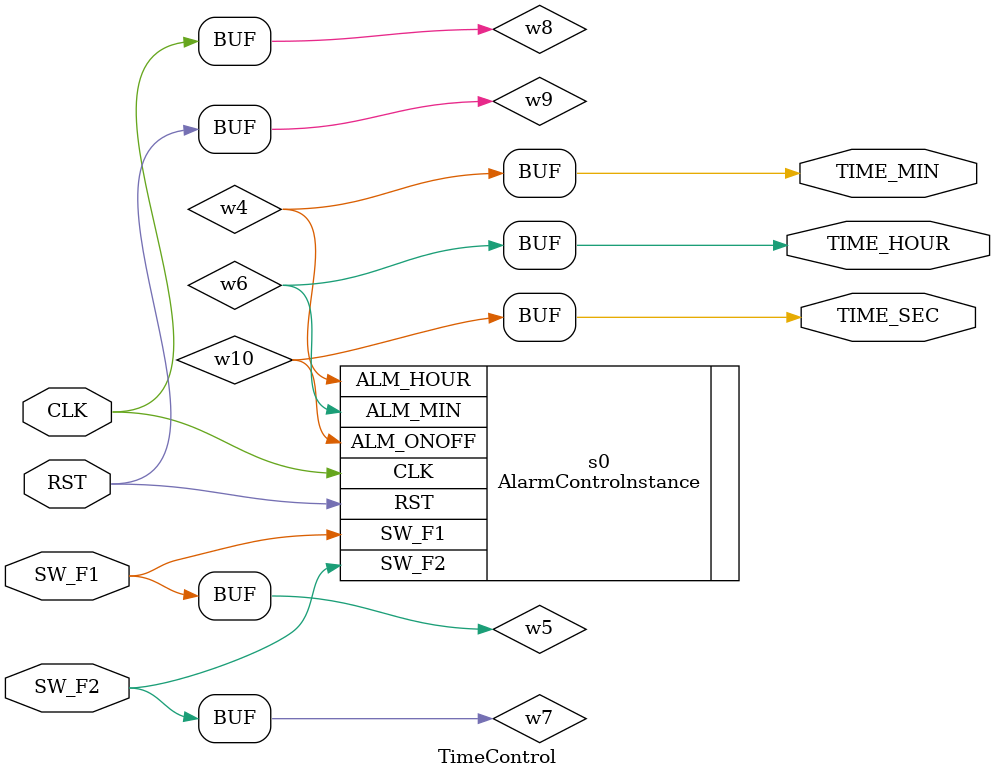
<source format=v>
module TimeControl(SW_F1,SW_F2,RST,TIME_SEC,TIME_HOUR,CLK,TIME_MIN);

input SW_F1;
input SW_F2;
input RST;
output TIME_SEC;
output TIME_HOUR;
input CLK;
output TIME_MIN;

wire  w8;
wire  w9;
wire  w5;
wire  w7;
wire  w4;
wire  w6;
wire  w10;

assign w5 = SW_F1;
assign w7 = SW_F2;
assign w9 = RST;
assign TIME_SEC = w10;
assign TIME_HOUR = w6;
assign w8 = CLK;
assign TIME_MIN = w4;

AlarmControlnstance
     s0 (
      .CLK(w8),
      .RST(w9),
      .SW_F1(w5),
      .SW_F2(w7),
      .ALM_HOUR(w4),
      .ALM_MIN(w6),
      .ALM_ONOFF(w10));

endmodule


</source>
